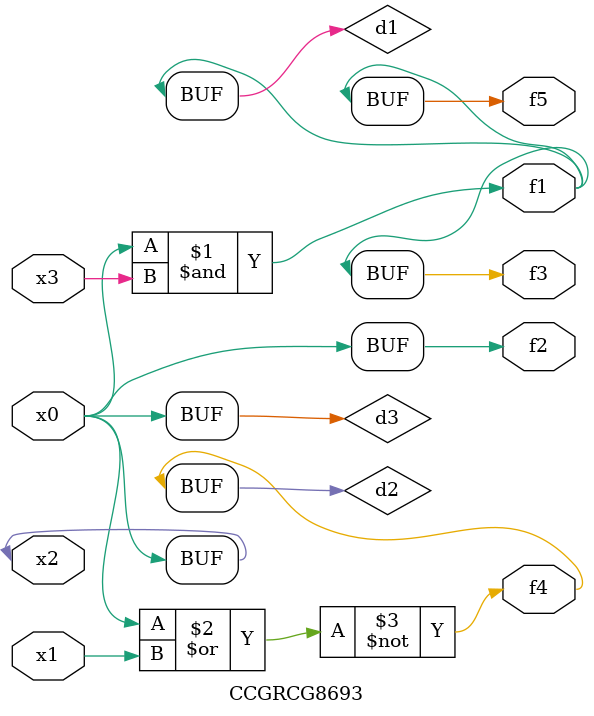
<source format=v>
module CCGRCG8693(
	input x0, x1, x2, x3,
	output f1, f2, f3, f4, f5
);

	wire d1, d2, d3;

	and (d1, x2, x3);
	nor (d2, x0, x1);
	buf (d3, x0, x2);
	assign f1 = d1;
	assign f2 = d3;
	assign f3 = d1;
	assign f4 = d2;
	assign f5 = d1;
endmodule

</source>
